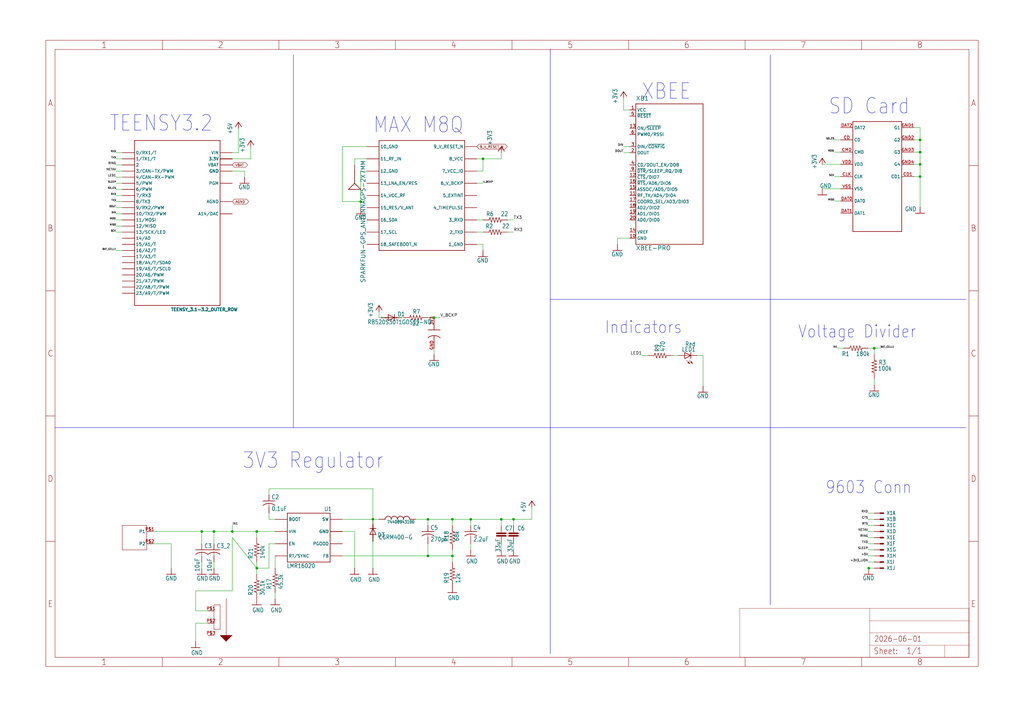
<source format=kicad_sch>
(kicad_sch (version 20230121) (generator eeschema)
  (paper "User" 425.45 298.45)
  (lib_symbols
    (symbol "BITSv4-eagle-import:+3V3" (power)
      (property "Value" "+3V3" (at -2.54 -5.08 90))
      (symbol "+3V3_1_0"
        (pin power_in line (at 0 -2.54 90) (length 2.54) (name "+3V3") (number "1"))
      )
    )
    (symbol "BITSv4-eagle-import:+5V" (power)
      (property "Value" "+5V" (at -2.54 -5.08 90))
      (symbol "+5V_1_0"
        (pin power_in line (at 0 -2.54 90) (length 2.54) (name "+5V") (number "1"))
      )
    )
    (symbol "BITSv4-eagle-import:53?-10261"
      (property "Reference" "X" (at 2.54 -0.762 0))
      (symbol "53?-10261_1_0"
        (pin passive line (at -2.54 0 0) (length 2.54) (name "S") (number "1"))
      )
      (symbol "53?-10261_2_0"
        (pin passive line (at -2.54 0 0) (length 2.54) (name "S") (number "2"))
      )
      (symbol "53?-10261_3_0"
        (pin passive line (at -2.54 0 0) (length 2.54) (name "S") (number "3"))
      )
      (symbol "53?-10261_4_0"
        (pin passive line (at -2.54 0 0) (length 2.54) (name "S") (number "4"))
      )
      (symbol "53?-10261_5_0"
        (pin passive line (at -2.54 0 0) (length 2.54) (name "S") (number "5"))
      )
      (symbol "53?-10261_6_0"
        (pin passive line (at -2.54 0 0) (length 2.54) (name "S") (number "6"))
      )
      (symbol "53?-10261_7_0"
        (pin passive line (at -2.54 0 0) (length 2.54) (name "S") (number "7"))
      )
      (symbol "53?-10261_8_0"
        (pin passive line (at -2.54 0 0) (length 2.54) (name "S") (number "8"))
      )
      (symbol "53?-10261_9_0"
        (pin passive line (at -2.54 0 0) (length 2.54) (name "S") (number "9"))
      )
      (symbol "53?-10261_10_0"
        (pin passive line (at -2.54 0 0) (length 2.54) (name "S") (number "10"))
      )
    )
    (symbol "BITSv4-eagle-import:559350210"
      (symbol "559350210_1_0"
        (pin bidirectional line (at 7.62 2.54 180) (length 2.54) (name "P1") (number "P$1"))
        (pin bidirectional line (at 7.62 -2.54 180) (length 2.54) (name "P2") (number "P$2"))
      )
    )
    (symbol "BITSv4-eagle-import:74408943100"
      (symbol "74408943100_1_0"
        (pin bidirectional line (at 0 0 0) (length 0) (name "P$1") (number "P$1"))
        (pin bidirectional line (at 15.24 0 0) (length 0) (name "P$2") (number "P$2"))
      )
    )
    (symbol "BITSv4-eagle-import:A3L-LOC"
      (symbol "A3L-LOC_1_0"
        (text "${#}/${##}" (at 357.505 5.08 0) (effects (font (size 2.54 2.159)) (justify left bottom)))
        (text "${CURRENT_DATE}" (at 344.17 10.16 0) (effects (font (size 2.286 1.9431)) (justify left bottom)))
        (text "${PROJECTNAME}" (at 344.17 15.24 0) (effects (font (size 2.54 2.159)) (justify left bottom)))
        (text "1" (at 24.2094 1.905 0) (effects (font (size 2.54 2.286))))
        (text "1" (at 24.2094 258.445 0) (effects (font (size 2.54 2.286))))
        (text "2" (at 72.6281 1.905 0) (effects (font (size 2.54 2.286))))
        (text "2" (at 72.6281 258.445 0) (effects (font (size 2.54 2.286))))
        (text "3" (at 121.0469 1.905 0) (effects (font (size 2.54 2.286))))
        (text "3" (at 121.0469 258.445 0) (effects (font (size 2.54 2.286))))
        (text "4" (at 169.4656 1.905 0) (effects (font (size 2.54 2.286))))
        (text "4" (at 169.4656 258.445 0) (effects (font (size 2.54 2.286))))
        (text "5" (at 217.8844 1.905 0) (effects (font (size 2.54 2.286))))
        (text "5" (at 217.8844 258.445 0) (effects (font (size 2.54 2.286))))
        (text "6" (at 266.3031 1.905 0) (effects (font (size 2.54 2.286))))
        (text "6" (at 266.3031 258.445 0) (effects (font (size 2.54 2.286))))
        (text "7" (at 314.7219 1.905 0) (effects (font (size 2.54 2.286))))
        (text "7" (at 314.7219 258.445 0) (effects (font (size 2.54 2.286))))
        (text "8" (at 363.1406 1.905 0) (effects (font (size 2.54 2.286))))
        (text "8" (at 363.1406 258.445 0) (effects (font (size 2.54 2.286))))
        (text "A" (at 1.905 234.315 0) (effects (font (size 2.54 2.286))))
        (text "A" (at 385.445 234.315 0) (effects (font (size 2.54 2.286))))
        (text "B" (at 1.905 182.245 0) (effects (font (size 2.54 2.286))))
        (text "B" (at 385.445 182.245 0) (effects (font (size 2.54 2.286))))
        (text "C" (at 1.905 130.175 0) (effects (font (size 2.54 2.286))))
        (text "C" (at 385.445 130.175 0) (effects (font (size 2.54 2.286))))
        (text "D" (at 1.905 78.105 0) (effects (font (size 2.54 2.286))))
        (text "D" (at 385.445 78.105 0) (effects (font (size 2.54 2.286))))
        (text "E" (at 1.905 26.035 0) (effects (font (size 2.54 2.286))))
        (text "E" (at 385.445 26.035 0) (effects (font (size 2.54 2.286))))
        (text "Sheet:" (at 343.916 4.953 0) (effects (font (size 2.54 2.159)) (justify left bottom)))
      )
    )
    (symbol "BITSv4-eagle-import:C-EU050-024X044"
      (property "Reference" "C" (at 1.524 0.381 0))
      (symbol "C-EU050-024X044_1_0"
        (pin passive line (at 0 2.54 270) (length 2.54) (name "1") (number "1"))
        (pin passive line (at 0 -5.08 90) (length 2.54) (name "2") (number "2"))
      )
    )
    (symbol "BITSv4-eagle-import:C-USC0603"
      (property "Reference" "C" (at 1.016 0.635 0))
      (symbol "C-USC0603_1_0"
        (pin passive line (at 0 2.54 270) (length 2.54) (name "1") (number "1"))
        (pin passive line (at 0 -5.08 90) (length 2.54) (name "2") (number "2"))
      )
    )
    (symbol "BITSv4-eagle-import:CGRM400-G"
      (property "Reference" "D" (at 2.54 0.4826 0))
      (symbol "CGRM400-G_1_0"
        (text "SpiceOrder 1" (at -2.54 0 0) (effects (font (size 0.4064 0.3454))))
        (text "SpiceOrder 2" (at 2.54 0 0) (effects (font (size 0.4064 0.3454))))
        (pin passive line (at -2.54 0 0) (length 2.54) (name "A") (number "A"))
        (pin passive line (at 2.54 0 180) (length 2.54) (name "C") (number "C"))
      )
    )
    (symbol "BITSv4-eagle-import:CL-SB-12B-01"
      (symbol "CL-SB-12B-01_1_0"
        (pin bidirectional line (at -5.08 2.54 90) (length 2.54) (name "P1") (number "P$1"))
        (pin bidirectional line (at 0 2.54 90) (length 2.54) (name "P2") (number "P$2"))
        (pin bidirectional line (at 5.08 2.54 90) (length 2.54) (name "P3") (number "P$3"))
      )
    )
    (symbol "BITSv4-eagle-import:DCK-3R3E204T614-E"
      (symbol "DCK-3R3E204T614-E_1_0"
        (pin bidirectional line (at 2.54 0 180) (length 2.54) (name "3V3") (number "3V3"))
        (pin bidirectional line (at -10.16 0 0) (length 2.54) (name "GND") (number "GND"))
      )
    )
    (symbol "BITSv4-eagle-import:DIODE-SOD523"
      (property "Reference" "D" (at 2.54 0.4826 0))
      (symbol "DIODE-SOD523_1_0"
        (text "SpiceOrder 1" (at -2.54 0 0) (effects (font (size 0.4064 0.3454))))
        (text "SpiceOrder 2" (at 2.54 0 0) (effects (font (size 0.4064 0.3454))))
        (pin passive line (at -2.54 0 0) (length 2.54) (name "A") (number "A"))
        (pin passive line (at 2.54 0 180) (length 2.54) (name "C") (number "C"))
      )
    )
    (symbol "BITSv4-eagle-import:GND" (power)
      (property "Value" "GND" (at -2.54 -2.54 0))
      (symbol "GND_1_0"
        (pin power_in line (at 0 2.54 270) (length 2.54) (name "GND") (number "1"))
      )
    )
    (symbol "BITSv4-eagle-import:LEDCHIP-LED0603"
      (property "Reference" "LED" (at 3.556 -4.572 90))
      (symbol "LEDCHIP-LED0603_1_0"
        (pin passive line (at 0 2.54 270) (length 2.54) (name "A") (number "A"))
        (pin passive line (at 0 -5.08 90) (length 2.54) (name "C") (number "C"))
      )
    )
    (symbol "BITSv4-eagle-import:LMR16020"
      (property "Reference" "U" (at -7.62 10.922 0))
      (symbol "LMR16020_1_0"
        (pin bidirectional line (at -12.7 7.62 0) (length 5.08) (name "BOOT") (number "P$1"))
        (pin bidirectional line (at -12.7 2.54 0) (length 5.08) (name "VIN") (number "P$2"))
        (pin bidirectional line (at -12.7 -2.54 0) (length 5.08) (name "EN") (number "P$3"))
        (pin bidirectional line (at -12.7 -7.62 0) (length 5.08) (name "RT/SYNC") (number "P$4"))
        (pin bidirectional line (at 15.24 -7.62 180) (length 5.08) (name "FB") (number "P$5"))
        (pin bidirectional line (at 15.24 -2.54 180) (length 5.08) (name "PGOOD") (number "P$6"))
        (pin bidirectional line (at 15.24 2.54 180) (length 5.08) (name "GND") (number "P$7"))
        (pin bidirectional line (at 15.24 7.62 180) (length 5.08) (name "SW") (number "P$8"))
        (pin bidirectional line (at 15.24 2.54 180) (length 5.08) (name "GND") (number "PAD"))
      )
    )
    (symbol "BITSv4-eagle-import:MAX-M8"
      (symbol "MAX-M8_1_0"
        (pin power_in line (at -22.86 15.24 0) (length 5.08) (name "10_GND") (number "10_GND"))
        (pin bidirectional line (at -22.86 10.16 0) (length 5.08) (name "11_RF_IN") (number "11_RF_IN"))
        (pin power_in line (at -22.86 5.08 0) (length 5.08) (name "12_GND") (number "12_GND"))
        (pin bidirectional line (at -22.86 0 0) (length 5.08) (name "13_LNA_EN/RES") (number "13_LNA_EN"))
        (pin bidirectional line (at -22.86 -5.08 0) (length 5.08) (name "14_VCC_RF") (number "14_VCC_RF"))
        (pin bidirectional line (at -22.86 -10.16 0) (length 5.08) (name "15_RES/V_ANT") (number "15_V_ANT/RESERVED"))
        (pin bidirectional line (at -22.86 -15.24 0) (length 5.08) (name "16_SDA") (number "16_SDA"))
        (pin bidirectional line (at -22.86 -20.32 0) (length 5.08) (name "17_SCL") (number "17_SCL"))
        (pin bidirectional line (at -22.86 -25.4 0) (length 5.08) (name "18_SAFEBOOT_N") (number "18_SAFEBOOT_N"))
        (pin power_in line (at 22.86 -25.4 180) (length 5.08) (name "1_GND") (number "1_GND"))
        (pin bidirectional line (at 22.86 -20.32 180) (length 5.08) (name "2_TXD") (number "2_TXD"))
        (pin bidirectional line (at 22.86 -15.24 180) (length 5.08) (name "3_RXD") (number "3_RXD"))
        (pin bidirectional line (at 22.86 -10.16 180) (length 5.08) (name "4_TIMEPULSE") (number "4_TIMEPULSE"))
        (pin bidirectional line (at 22.86 -5.08 180) (length 5.08) (name "5_EXTINT") (number "5_EXTINT"))
        (pin bidirectional line (at 22.86 0 180) (length 5.08) (name "6_V_BCKP") (number "6_V_BCKP"))
        (pin power_in line (at 22.86 5.08 180) (length 5.08) (name "7_VCC_IO") (number "7_VCC_IO"))
        (pin power_in line (at 22.86 10.16 180) (length 5.08) (name "8_VCC") (number "8_VCC"))
        (pin power_in line (at 22.86 15.24 180) (length 5.08) (name "9_V_RESET_N") (number "9_RESET_N"))
      )
    )
    (symbol "BITSv4-eagle-import:MICRO_SD"
      (symbol "MICRO_SD_1_0"
        (pin bidirectional line (at -15.24 15.24 0) (length 5.08) (name "CD") (number "CD"))
        (pin bidirectional line (at 15.24 0 180) (length 5.08) (name "CD1") (number "CD1"))
        (pin bidirectional line (at -15.24 0 0) (length 5.08) (name "CLK") (number "CLK"))
        (pin bidirectional line (at -15.24 10.16 0) (length 5.08) (name "CMD") (number "CMD"))
        (pin bidirectional line (at -15.24 -10.16 0) (length 5.08) (name "DAT0") (number "DAT0"))
        (pin bidirectional line (at -15.24 -15.24 0) (length 5.08) (name "DAT1") (number "DAT1"))
        (pin bidirectional line (at -15.24 20.32 0) (length 5.08) (name "DAT2") (number "DAT2"))
        (pin bidirectional line (at 15.24 20.32 180) (length 5.08) (name "G1") (number "GND1"))
        (pin bidirectional line (at 15.24 15.24 180) (length 5.08) (name "G2") (number "GND2"))
        (pin bidirectional line (at 15.24 10.16 180) (length 5.08) (name "G3") (number "GND3"))
        (pin bidirectional line (at 15.24 5.08 180) (length 5.08) (name "G4") (number "GND4"))
        (pin bidirectional line (at -15.24 5.08 0) (length 5.08) (name "VDD") (number "VDD"))
        (pin bidirectional line (at -15.24 -5.08 0) (length 5.08) (name "VSS") (number "VSS"))
      )
    )
    (symbol "BITSv4-eagle-import:R-US_R0603"
      (property "Reference" "R" (at -3.81 1.4986 0))
      (symbol "R-US_R0603_1_0"
        (pin passive line (at -5.08 0 0) (length 2.54) (name "1") (number "1"))
        (pin passive line (at 5.08 0 180) (length 2.54) (name "2") (number "2"))
      )
    )
    (symbol "BITSv4-eagle-import:SPARKFUN-GPS_ANTENNAGPS-2X7MM"
      (symbol "SPARKFUN-GPS_ANTENNAGPS-2X7MM_1_0"
        (pin bidirectional line (at 0 -5.08 90) (length 2.54) (name "SIGNAL") (number "1"))
      )
    )
    (symbol "BITSv4-eagle-import:TEENSY_3.1-3.2_OUTER_ROW"
      (symbol "TEENSY_3.1-3.2_OUTER_ROW_1_0"
        (pin bidirectional line (at -22.86 27.94 0) (length 5.08) (name "0/RX1/T") (number "0"))
        (pin bidirectional line (at -22.86 25.4 0) (length 5.08) (name "1/TX1/T") (number "1"))
        (pin bidirectional line (at -22.86 2.54 0) (length 5.08) (name "10/TX2/PWM") (number "10"))
        (pin bidirectional line (at -22.86 0 0) (length 5.08) (name "11/MOSI") (number "11"))
        (pin bidirectional line (at -22.86 -2.54 0) (length 5.08) (name "12/MISO") (number "12"))
        (pin bidirectional line (at -22.86 -5.08 0) (length 5.08) (name "13/SCK/LED") (number "13"))
        (pin bidirectional line (at -22.86 -7.62 0) (length 5.08) (name "14/A0") (number "14/A0"))
        (pin bidirectional line (at -22.86 -10.16 0) (length 5.08) (name "15/A1/T") (number "15/A1"))
        (pin bidirectional line (at -22.86 -12.7 0) (length 5.08) (name "16/A2/T") (number "16/A2"))
        (pin bidirectional line (at -22.86 -15.24 0) (length 5.08) (name "17/A3/T") (number "17/A3"))
        (pin bidirectional line (at -22.86 -17.78 0) (length 5.08) (name "18/A4/T/SDA0") (number "18/A4"))
        (pin bidirectional line (at -22.86 -20.32 0) (length 5.08) (name "19/A5/T/SCL0") (number "19/A5"))
        (pin bidirectional line (at -22.86 22.86 0) (length 5.08) (name "2") (number "2"))
        (pin bidirectional line (at -22.86 -22.86 0) (length 5.08) (name "20/A6/PWM") (number "20/A6"))
        (pin bidirectional line (at -22.86 -25.4 0) (length 5.08) (name "21/A7/PWM") (number "21/A7"))
        (pin bidirectional line (at -22.86 -27.94 0) (length 5.08) (name "22/A8/T/PWM") (number "22/A8"))
        (pin bidirectional line (at -22.86 -30.48 0) (length 5.08) (name "23/A9/T/PWM") (number "23/A9"))
        (pin bidirectional line (at -22.86 20.32 0) (length 5.08) (name "3/CAN-TX/PWM") (number "3"))
        (pin power_in line (at 22.86 25.4 180) (length 5.08) (name "3.3V") (number "3.3V"))
        (pin power_in line (at 22.86 25.4 180) (length 5.08) (name "3.3V") (number "3.3V1"))
        (pin bidirectional line (at -22.86 17.78 0) (length 5.08) (name "4/CAN-RX-PWM") (number "4"))
        (pin bidirectional line (at -22.86 15.24 0) (length 5.08) (name "5/PWM") (number "5"))
        (pin bidirectional line (at -22.86 12.7 0) (length 5.08) (name "6/PWM") (number "6"))
        (pin bidirectional line (at -22.86 10.16 0) (length 5.08) (name "7/RX3") (number "7"))
        (pin bidirectional line (at -22.86 7.62 0) (length 5.08) (name "8/TX3") (number "8"))
        (pin bidirectional line (at -22.86 5.08 0) (length 5.08) (name "9/RX2/PWM") (number "9"))
        (pin power_in line (at 22.86 7.62 180) (length 5.08) (name "AGND") (number "AGND"))
        (pin power_in line (at 22.86 20.32 180) (length 5.08) (name "GND") (number "GND"))
        (pin power_in line (at 22.86 20.32 180) (length 5.08) (name "GND") (number "GND1"))
        (pin bidirectional line (at 22.86 15.24 180) (length 5.08) (name "PGM") (number "PGM"))
        (pin bidirectional line (at 22.86 2.54 180) (length 5.08) (name "A14/DAC") (number "RESET/DAC"))
        (pin power_in line (at 22.86 22.86 180) (length 5.08) (name "VBAT") (number "VBAT"))
        (pin power_in line (at 22.86 27.94 180) (length 5.08) (name "VIN") (number "VIN"))
      )
    )
    (symbol "BITSv4-eagle-import:XBEE-PRO"
      (property "Reference" "XB" (at -12.7 29.21 0))
      (symbol "XBEE-PRO_1_0"
        (pin power_in line (at -15.24 25.4 0) (length 2.54) (name "VCC") (number "1"))
        (pin power_in line (at -15.24 -27.94 0) (length 2.54) (name "GND") (number "10"))
        (pin bidirectional line (at -15.24 -10.16 0) (length 2.54) (name "RF_TX/AD4/DIO4") (number "11"))
        (pin bidirectional line (at -15.24 -2.54 0) (length 2.54) (name "~{CTS}/DIO7") (number "12"))
        (pin output line (at -15.24 17.78 0) (length 2.54) (name "ON/~{SLEEP}") (number "13"))
        (pin input line (at -15.24 -25.4 0) (length 2.54) (name "VREF") (number "14"))
        (pin bidirectional line (at -15.24 -7.62 0) (length 2.54) (name "ASSOC/AD5/DIO5") (number "15"))
        (pin bidirectional line (at -15.24 -5.08 0) (length 2.54) (name "~{RTS}/AD6/DIO6") (number "16"))
        (pin bidirectional line (at -15.24 -12.7 0) (length 2.54) (name "COORD_SEL/AD3/DIO3") (number "17"))
        (pin bidirectional line (at -15.24 -15.24 0) (length 2.54) (name "AD2/DIO2") (number "18"))
        (pin bidirectional line (at -15.24 -17.78 0) (length 2.54) (name "AD1/DIO1") (number "19"))
        (pin output line (at -15.24 7.62 0) (length 2.54) (name "DOUT") (number "2"))
        (pin bidirectional line (at -15.24 -20.32 0) (length 2.54) (name "AD0/DIO0") (number "20"))
        (pin input line (at -15.24 10.16 0) (length 2.54) (name "DIN/~{CONFIG}") (number "3"))
        (pin output line (at -15.24 2.54 0) (length 2.54) (name "CD/DOUT_EN/DO8") (number "4"))
        (pin input line (at -15.24 22.86 0) (length 2.54) (name "~{RESET}") (number "5"))
        (pin output line (at -15.24 15.24 0) (length 2.54) (name "PWM0/RSSI") (number "6"))
        (pin bidirectional line (at -15.24 0 0) (length 2.54) (name "~{DTR}/SLEEP_RQ/DI8") (number "9"))
      )
    )
    (symbol "BITSv4-eagle-import:rcl_C-USC0402"
      (property "Reference" "C" (at 1.016 0.635 0))
      (symbol "rcl_C-USC0402_1_0"
        (pin passive line (at 0 2.54 270) (length 2.54) (name "1") (number "1"))
        (pin passive line (at 0 -5.08 90) (length 2.54) (name "2") (number "2"))
      )
    )
    (symbol "BITSv4-eagle-import:rcl_C-USC0603"
      (property "Reference" "C" (at 1.016 0.635 0))
      (symbol "rcl_C-USC0603_1_0"
        (pin passive line (at 0 2.54 270) (length 2.54) (name "1") (number "1"))
        (pin passive line (at 0 -5.08 90) (length 2.54) (name "2") (number "2"))
      )
    )
    (symbol "BITSv4-eagle-import:rcl_C-USC0805"
      (property "Reference" "C" (at 1.016 0.635 0))
      (symbol "rcl_C-USC0805_1_0"
        (pin passive line (at 0 2.54 270) (length 2.54) (name "1") (number "1"))
        (pin passive line (at 0 -5.08 90) (length 2.54) (name "2") (number "2"))
      )
    )
    (symbol "BITSv4-eagle-import:rcl_R-US_R0603"
      (property "Reference" "R" (at -3.81 1.4986 0))
      (symbol "rcl_R-US_R0603_1_0"
        (pin passive line (at -5.08 0 0) (length 2.54) (name "1") (number "1"))
        (pin passive line (at 5.08 0 180) (length 2.54) (name "2") (number "2"))
      )
    )
    (symbol "BITSv4-eagle-import:supply1@1_GND" (power)
      (property "Value" "supply1@1_GND" (at -2.54 -2.54 0))
      (symbol "supply1@1_GND_1_0"
        (pin power_in line (at 0 2.54 270) (length 2.54) (name "GND") (number "1"))
      )
    )
  )
  (junction (at 213.36 215.9))
  (junction (at 195.58 215.9))
  (junction (at 106.68 220.98))
  (junction (at 360.934 236.22))
  (junction (at 382.27 58.166))
  (junction (at 382.27 63.246))
  (junction (at 106.68 236.22))
  (junction (at 83.82 220.98))
  (junction (at 177.8 231.14))
  (junction (at 180.34 132.08))
  (junction (at 187.96 215.9))
  (junction (at 88.9 220.98))
  (junction (at 154.94 215.9))
  (junction (at 363.22 144.78))
  (junction (at 177.8 215.9))
  (junction (at 149.86 83.82))
  (junction (at 200.66 66.04))
  (junction (at 187.96 231.14))
  (junction (at 96.52 220.98))
  (junction (at 382.27 68.326))
  (junction (at 208.28 215.9))
  (junction (at 382.27 73.406))
  (wire (pts (xy 208.28 63.5) (xy 208.28 66.04)) (stroke (width 0.1524)))
  (wire (pts (xy 50.8 68.58) (xy 48.26 68.58)) (stroke (width 0.1524)))
  (wire (pts (xy 382.27 53.086) (xy 382.27 58.166)) (stroke (width 0.1524)))
  (wire (pts (xy 363.22 233.68) (xy 360.68 233.68)) (stroke (width 0.1524)))
  (polyline (pts (xy 121.92 177.8) (xy 228.6 177.8)) (stroke (width 0.1524) (type solid)))
  (wire (pts (xy 363.22 228.6) (xy 360.68 228.6)) (stroke (width 0.1524)))
  (wire (pts (xy 114.3 215.9) (xy 111.76 215.9)) (stroke (width 0.1524)))
  (wire (pts (xy 157.48 132.08) (xy 160.02 132.08)) (stroke (width 0.1524)))
  (wire (pts (xy 63.5 220.98) (xy 83.82 220.98)) (stroke (width 0.1524)))
  (wire (pts (xy 83.82 226.06) (xy 83.82 220.98)) (stroke (width 0.1524)))
  (wire (pts (xy 96.52 71.12) (xy 101.6 71.12)) (stroke (width 0.1524)))
  (wire (pts (xy 363.22 223.52) (xy 360.68 223.52)) (stroke (width 0.1524)))
  (wire (pts (xy 187.96 231.14) (xy 187.96 233.68)) (stroke (width 0.1524)))
  (wire (pts (xy 200.66 71.12) (xy 200.66 66.04)) (stroke (width 0.1524)))
  (wire (pts (xy 350.52 144.78) (xy 347.98 144.78)) (stroke (width 0.1524)))
  (polyline (pts (xy 320.04 124.46) (xy 320.04 22.86)) (stroke (width 0.1524) (type solid)))
  (wire (pts (xy 154.94 223.52) (xy 154.94 236.22)) (stroke (width 0.1524)))
  (wire (pts (xy 114.3 226.06) (xy 111.76 226.06)) (stroke (width 0.1524)))
  (wire (pts (xy 50.8 71.12) (xy 48.26 71.12)) (stroke (width 0.1524)))
  (wire (pts (xy 379.73 68.326) (xy 382.27 68.326)) (stroke (width 0.1524)))
  (wire (pts (xy 208.28 228.6) (xy 208.28 226.06)) (stroke (width 0.1524)))
  (wire (pts (xy 180.34 132.08) (xy 182.88 132.08)) (stroke (width 0.1524)))
  (wire (pts (xy 106.68 223.52) (xy 106.68 220.98)) (stroke (width 0.1524)))
  (wire (pts (xy 96.52 220.98) (xy 96.52 218.44)) (stroke (width 0.1524)))
  (polyline (pts (xy 228.6 177.8) (xy 320.04 177.8)) (stroke (width 0.1524) (type solid)))
  (wire (pts (xy 208.28 215.9) (xy 213.36 215.9)) (stroke (width 0.1524)))
  (wire (pts (xy 382.27 73.406) (xy 382.27 86.106)) (stroke (width 0.1524)))
  (wire (pts (xy 195.58 226.06) (xy 195.58 228.6)) (stroke (width 0.1524)))
  (wire (pts (xy 382.27 68.326) (xy 382.27 73.406)) (stroke (width 0.1524)))
  (wire (pts (xy 81.28 245.618) (xy 96.52 245.618)) (stroke (width 0.1524)))
  (wire (pts (xy 88.9 220.98) (xy 96.52 220.98)) (stroke (width 0.1524)))
  (wire (pts (xy 279.4 147.828) (xy 281.94 147.828)) (stroke (width 0.1524)))
  (wire (pts (xy 50.8 73.66) (xy 48.26 73.66)) (stroke (width 0.1524)))
  (wire (pts (xy 256.54 101.6) (xy 256.54 99.06)) (stroke (width 0.1524)))
  (polyline (pts (xy 121.92 177.8) (xy 121.92 22.86)) (stroke (width 0.1524) (type solid)))
  (wire (pts (xy 50.8 93.98) (xy 48.26 93.98)) (stroke (width 0.1524)))
  (polyline (pts (xy 320.04 177.8) (xy 320.04 251.46)) (stroke (width 0.1524) (type solid)))
  (wire (pts (xy 111.76 215.9) (xy 111.76 213.36)) (stroke (width 0.1524)))
  (wire (pts (xy 177.8 231.14) (xy 187.96 231.14)) (stroke (width 0.1524)))
  (wire (pts (xy 200.66 101.6) (xy 200.66 104.14)) (stroke (width 0.1524)))
  (wire (pts (xy 154.94 218.44) (xy 154.94 215.9)) (stroke (width 0.1524)))
  (wire (pts (xy 379.73 63.246) (xy 382.27 63.246)) (stroke (width 0.1524)))
  (wire (pts (xy 50.8 86.36) (xy 48.26 86.36)) (stroke (width 0.1524)))
  (wire (pts (xy 198.12 76.2) (xy 200.66 76.2)) (stroke (width 0.1524)))
  (wire (pts (xy 177.8 218.44) (xy 177.8 215.9)) (stroke (width 0.1524)))
  (wire (pts (xy 111.76 205.74) (xy 111.76 203.2)) (stroke (width 0.1524)))
  (wire (pts (xy 269.24 147.828) (xy 266.7 147.828)) (stroke (width 0.1524)))
  (wire (pts (xy 198.12 71.12) (xy 200.66 71.12)) (stroke (width 0.1524)))
  (wire (pts (xy 152.4 71.12) (xy 149.86 71.12)) (stroke (width 0.1524)))
  (wire (pts (xy 114.3 248.92) (xy 114.3 246.38)) (stroke (width 0.1524)))
  (wire (pts (xy 63.5 226.06) (xy 71.12 226.06)) (stroke (width 0.1524)))
  (wire (pts (xy 195.58 218.44) (xy 195.58 215.9)) (stroke (width 0.1524)))
  (wire (pts (xy 363.22 215.9) (xy 360.68 215.9)) (stroke (width 0.1524)))
  (wire (pts (xy 96.52 63.5) (xy 99.06 63.5)) (stroke (width 0.1524)))
  (wire (pts (xy 154.94 215.9) (xy 142.24 215.9)) (stroke (width 0.1524)))
  (wire (pts (xy 200.66 66.04) (xy 208.28 66.04)) (stroke (width 0.1524)))
  (wire (pts (xy 360.934 236.22) (xy 360.68 236.22)) (stroke (width 0.1524)))
  (wire (pts (xy 213.36 218.44) (xy 213.36 215.9)) (stroke (width 0.1524)))
  (polyline (pts (xy 22.86 177.8) (xy 121.92 177.8)) (stroke (width 0.1524) (type solid)))
  (wire (pts (xy 177.8 226.06) (xy 177.8 231.14)) (stroke (width 0.1524)))
  (wire (pts (xy 165.1 132.08) (xy 167.64 132.08)) (stroke (width 0.1524)))
  (wire (pts (xy 220.98 215.9) (xy 220.98 210.82)) (stroke (width 0.1524)))
  (wire (pts (xy 363.22 220.98) (xy 360.68 220.98)) (stroke (width 0.1524)))
  (wire (pts (xy 50.8 104.14) (xy 48.26 104.14)) (stroke (width 0.1524)))
  (wire (pts (xy 187.96 218.44) (xy 187.96 215.9)) (stroke (width 0.1524)))
  (wire (pts (xy 50.8 83.82) (xy 48.26 83.82)) (stroke (width 0.1524)))
  (wire (pts (xy 50.8 63.5) (xy 48.26 63.5)) (stroke (width 0.1524)))
  (wire (pts (xy 50.8 78.74) (xy 48.26 78.74)) (stroke (width 0.1524)))
  (wire (pts (xy 154.94 203.2) (xy 154.94 215.9)) (stroke (width 0.1524)))
  (wire (pts (xy 363.22 213.36) (xy 360.68 213.36)) (stroke (width 0.1524)))
  (wire (pts (xy 261.62 60.96) (xy 259.08 60.96)) (stroke (width 0.1524)))
  (wire (pts (xy 382.27 63.246) (xy 382.27 68.326)) (stroke (width 0.1524)))
  (wire (pts (xy 104.14 60.96) (xy 104.14 66.04)) (stroke (width 0.1524)))
  (wire (pts (xy 96.52 223.52) (xy 106.68 236.22)) (stroke (width 0.1524)))
  (wire (pts (xy 147.32 236.22) (xy 147.32 220.98)) (stroke (width 0.1524)))
  (wire (pts (xy 50.8 66.04) (xy 48.26 66.04)) (stroke (width 0.1524)))
  (wire (pts (xy 86.36 254) (xy 81.28 254)) (stroke (width 0.1524)))
  (wire (pts (xy 142.24 231.14) (xy 177.8 231.14)) (stroke (width 0.1524)))
  (wire (pts (xy 106.68 238.76) (xy 106.68 236.22)) (stroke (width 0.1524)))
  (wire (pts (xy 147.32 220.98) (xy 142.24 220.98)) (stroke (width 0.1524)))
  (polyline (pts (xy 320.04 177.8) (xy 320.04 124.46)) (stroke (width 0.1524) (type solid)))
  (wire (pts (xy 106.68 236.22) (xy 106.68 233.68)) (stroke (width 0.1524)))
  (wire (pts (xy 187.96 228.6) (xy 187.96 231.14)) (stroke (width 0.1524)))
  (polyline (pts (xy 320.04 124.46) (xy 401.32 124.46)) (stroke (width 0.1524) (type solid)))
  (wire (pts (xy 363.22 218.44) (xy 360.68 218.44)) (stroke (width 0.1524)))
  (wire (pts (xy 259.08 45.72) (xy 261.62 45.72)) (stroke (width 0.1524)))
  (wire (pts (xy 289.56 147.828) (xy 292.1 147.828)) (stroke (width 0.1524)))
  (wire (pts (xy 81.28 266.7) (xy 81.28 259.08)) (stroke (width 0.1524)))
  (wire (pts (xy 292.1 147.828) (xy 292.1 160.528)) (stroke (width 0.1524)))
  (wire (pts (xy 349.25 78.486) (xy 341.63 78.486)) (stroke (width 0.1524)))
  (wire (pts (xy 363.22 226.06) (xy 360.68 226.06)) (stroke (width 0.1524)))
  (wire (pts (xy 152.4 60.96) (xy 142.24 60.96)) (stroke (width 0.1524)))
  (wire (pts (xy 363.22 157.48) (xy 363.22 160.02)) (stroke (width 0.1524)))
  (wire (pts (xy 379.73 58.166) (xy 382.27 58.166)) (stroke (width 0.1524)))
  (wire (pts (xy 111.76 226.06) (xy 111.76 236.22)) (stroke (width 0.1524)))
  (polyline (pts (xy 320.04 177.8) (xy 401.32 177.8)) (stroke (width 0.1524) (type solid)))
  (wire (pts (xy 50.8 76.2) (xy 48.26 76.2)) (stroke (width 0.1524)))
  (wire (pts (xy 349.25 63.246) (xy 346.71 63.246)) (stroke (width 0.1524)))
  (wire (pts (xy 111.76 236.22) (xy 106.68 236.22)) (stroke (width 0.1524)))
  (wire (pts (xy 195.58 215.9) (xy 208.28 215.9)) (stroke (width 0.1524)))
  (wire (pts (xy 213.36 215.9) (xy 220.98 215.9)) (stroke (width 0.1524)))
  (wire (pts (xy 363.22 231.14) (xy 360.68 231.14)) (stroke (width 0.1524)))
  (wire (pts (xy 147.32 68.58) (xy 147.32 66.04)) (stroke (width 0.1524)))
  (wire (pts (xy 349.25 73.406) (xy 346.71 73.406)) (stroke (width 0.1524)))
  (wire (pts (xy 101.6 71.12) (xy 101.6 73.66)) (stroke (width 0.1524)))
  (wire (pts (xy 382.27 58.166) (xy 382.27 63.246)) (stroke (width 0.1524)))
  (wire (pts (xy 149.86 83.82) (xy 149.86 86.36)) (stroke (width 0.1524)))
  (wire (pts (xy 349.25 83.566) (xy 346.71 83.566)) (stroke (width 0.1524)))
  (wire (pts (xy 210.82 96.52) (xy 213.36 96.52)) (stroke (width 0.1524)))
  (wire (pts (xy 88.9 233.68) (xy 88.9 236.22)) (stroke (width 0.1524)))
  (wire (pts (xy 180.34 144.78) (xy 180.34 147.32)) (stroke (width 0.1524)))
  (wire (pts (xy 50.8 91.44) (xy 48.26 91.44)) (stroke (width 0.1524)))
  (wire (pts (xy 177.8 132.08) (xy 180.34 132.08)) (stroke (width 0.1524)))
  (wire (pts (xy 114.3 231.14) (xy 114.3 236.22)) (stroke (width 0.1524)))
  (wire (pts (xy 198.12 91.44) (xy 200.66 91.44)) (stroke (width 0.1524)))
  (wire (pts (xy 363.22 236.22) (xy 360.934 236.22)) (stroke (width 0.1524)))
  (wire (pts (xy 259.08 40.64) (xy 259.08 45.72)) (stroke (width 0.1524)))
  (wire (pts (xy 210.82 91.44) (xy 213.36 91.44)) (stroke (width 0.1524)))
  (wire (pts (xy 363.22 144.78) (xy 365.76 144.78)) (stroke (width 0.1524)))
  (polyline (pts (xy 228.6 177.8) (xy 228.6 271.78)) (stroke (width 0.1524) (type solid)))
  (wire (pts (xy 81.28 254) (xy 81.28 245.618)) (stroke (width 0.1524)))
  (wire (pts (xy 154.94 215.9) (xy 157.48 215.9)) (stroke (width 0.1524)))
  (wire (pts (xy 187.96 215.9) (xy 195.58 215.9)) (stroke (width 0.1524)))
  (wire (pts (xy 363.22 144.78) (xy 363.22 147.32)) (stroke (width 0.1524)))
  (wire (pts (xy 88.9 226.06) (xy 88.9 220.98)) (stroke (width 0.1524)))
  (wire (pts (xy 198.12 101.6) (xy 200.66 101.6)) (stroke (width 0.1524)))
  (wire (pts (xy 50.8 88.9) (xy 48.26 88.9)) (stroke (width 0.1524)))
  (polyline (pts (xy 228.6 124.46) (xy 320.04 124.46)) (stroke (width 0.1524) (type solid)))
  (wire (pts (xy 50.8 81.28) (xy 48.26 81.28)) (stroke (width 0.1524)))
  (wire (pts (xy 83.82 236.22) (xy 83.82 233.68)) (stroke (width 0.1524)))
  (wire (pts (xy 349.25 58.166) (xy 346.71 58.166)) (stroke (width 0.1524)))
  (wire (pts (xy 208.28 218.44) (xy 208.28 215.9)) (stroke (width 0.1524)))
  (wire (pts (xy 157.48 129.54) (xy 157.48 132.08)) (stroke (width 0.1524)))
  (wire (pts (xy 147.32 66.04) (xy 152.4 66.04)) (stroke (width 0.1524)))
  (wire (pts (xy 172.72 215.9) (xy 177.8 215.9)) (stroke (width 0.1524)))
  (wire (pts (xy 213.36 226.06) (xy 213.36 228.6)) (stroke (width 0.1524)))
  (wire (pts (xy 96.52 245.618) (xy 96.52 223.52)) (stroke (width 0.1524)))
  (wire (pts (xy 149.86 71.12) (xy 149.86 83.82)) (stroke (width 0.1524)))
  (wire (pts (xy 379.73 73.406) (xy 382.27 73.406)) (stroke (width 0.1524)))
  (wire (pts (xy 111.76 203.2) (xy 154.94 203.2)) (stroke (width 0.1524)))
  (wire (pts (xy 106.68 220.98) (xy 114.3 220.98)) (stroke (width 0.1524)))
  (wire (pts (xy 198.12 66.04) (xy 200.66 66.04)) (stroke (width 0.1524)))
  (wire (pts (xy 96.52 220.98) (xy 106.68 220.98)) (stroke (width 0.1524)))
  (wire (pts (xy 142.24 60.96) (xy 142.24 83.82)) (stroke (width 0.1524)))
  (wire (pts (xy 198.12 96.52) (xy 200.66 96.52)) (stroke (width 0.1524)))
  (wire (pts (xy 50.8 96.52) (xy 48.26 96.52)) (stroke (width 0.1524)))
  (wire (pts (xy 360.68 144.78) (xy 363.22 144.78)) (stroke (width 0.1524)))
  (wire (pts (xy 71.12 226.06) (xy 71.12 236.22)) (stroke (width 0.1524)))
  (wire (pts (xy 261.62 63.5) (xy 259.08 63.5)) (stroke (width 0.1524)))
  (wire (pts (xy 99.06 63.5) (xy 99.06 53.34)) (stroke (width 0.1524)))
  (wire (pts (xy 142.24 83.82) (xy 149.86 83.82)) (stroke (width 0.1524)))
  (wire (pts (xy 104.14 66.04) (xy 96.52 66.04)) (stroke (width 0.1524)))
  (wire (pts (xy 81.28 259.08) (xy 86.36 259.08)) (stroke (width 0.1524)))
  (wire (pts (xy 379.73 53.086) (xy 382.27 53.086)) (stroke (width 0.1524)))
  (wire (pts (xy 177.8 215.9) (xy 187.96 215.9)) (stroke (width 0.1524)))
  (polyline (pts (xy 228.6 124.46) (xy 228.6 20.32)) (stroke (width 0.1524) (type solid)))
  (polyline (pts (xy 228.6 177.8) (xy 228.6 124.46)) (stroke (width 0.1524) (type solid)))
  (wire (pts (xy 83.82 220.98) (xy 88.9 220.98)) (stroke (width 0.1524)))
  (wire (pts (xy 256.54 99.06) (xy 261.62 99.06)) (stroke (width 0.1524)))
  (wire (pts (xy 341.63 68.326) (xy 349.25 68.326)) (stroke (width 0.1524)))
  (text "SD Card" (at 344.17 48.006 0) (effects (font (size 6.4516 5.4838)) (justify left bottom)))
  (text "XBEE" (at 266.446 41.91 0) (effects (font (size 6.4516 5.4838)) (justify left bottom)))
  (text "Indicators" (at 251.206 139.192 0) (effects (font (size 5.08 4.318)) (justify left bottom)))
  (text "9603 Conn" (at 342.9 205.74 0) (effects (font (size 5.08 4.318)) (justify left bottom)))
  (text "3V3 Regulator" (at 100.584 195.326 0) (effects (font (size 6.4516 5.4838)) (justify left bottom)))
  (text "TEENSY3.2" (at 45.466 55.118 0) (effects (font (size 6.4516 5.4838)) (justify left bottom)))
  (text "MAX M8Q" (at 154.94 55.88 0) (effects (font (size 6.4516 5.4838)) (justify left bottom)))
  (text "Voltage Divider" (at 331.47 140.97 0) (effects (font (size 5.08 4.318)) (justify left bottom)))
  (label "V_BCKP" (at 182.88 132.08 0) (effects (font (size 1.2446 1.2446))))
  (label "RTS" (at 360.68 218.44 180) (effects (font (size 0.889 0.889))))
  (label "RX3" (at 48.26 81.28 180) (effects (font (size 0.7112 0.7112))))
  (label "SCK" (at 48.26 96.52 180) (effects (font (size 0.7112 0.7112))))
  (label "SCK" (at 346.71 73.406 180) (effects (font (size 0.7112 0.7112))))
  (label "SLEEP" (at 360.68 228.6 180) (effects (font (size 0.889 0.889))))
  (label "DOUT" (at 48.26 86.36 180) (effects (font (size 0.7112 0.7112))))
  (label "SD_CS" (at 48.26 78.74 180) (effects (font (size 0.7112 0.7112))))
  (label "SD_CS" (at 346.71 58.166 180) (effects (font (size 0.7112 0.7112))))
  (label "RING" (at 48.26 68.58 180) (effects (font (size 0.889 0.889))))
  (label "BAT_CELL1" (at 48.26 104.14 180) (effects (font (size 0.7112 0.7112))))
  (label "DIN" (at 259.08 60.96 180) (effects (font (size 0.889 0.889))))
  (label "IN1" (at 347.98 144.78 180) (effects (font (size 0.7112 0.7112))))
  (label "RXD" (at 48.26 63.5 180) (effects (font (size 0.7112 0.7112))))
  (label "MOSI" (at 48.26 91.44 180) (effects (font (size 0.7112 0.7112))))
  (label "MISO" (at 48.26 93.98 180) (effects (font (size 0.7112 0.7112))))
  (label "LED1" (at 48.26 73.66 180) (effects (font (size 0.889 0.889))))
  (label "V_BCKP" (at 200.66 76.2 0) (effects (font (size 0.7112 0.7112))))
  (label "RING" (at 360.68 223.52 180) (effects (font (size 0.889 0.889))))
  (label "RXD" (at 360.68 213.36 180) (effects (font (size 0.889 0.889))))
  (label "IN1" (at 96.52 218.44 0) (effects (font (size 0.889 0.889))))
  (label "DOUT" (at 259.08 63.5 180) (effects (font (size 0.889 0.889))))
  (label "SLEEP" (at 48.26 76.2 180) (effects (font (size 0.7112 0.7112))))
  (label "MOSI" (at 346.71 63.246 180) (effects (font (size 0.7112 0.7112))))
  (label "DIN" (at 48.26 88.9 180) (effects (font (size 0.7112 0.7112))))
  (label "+5V" (at 360.68 231.14 180) (effects (font (size 0.889 0.889))))
  (label "BAT_CELL1" (at 365.76 144.78 0) (effects (font (size 0.7112 0.7112))))
  (label "LED1" (at 266.7 147.828 180) (effects (font (size 1.2446 1.2446))))
  (label "CTS" (at 360.68 215.9 180) (effects (font (size 0.889 0.889))))
  (label "TX3" (at 213.36 91.44 0) (effects (font (size 1.2446 1.2446))))
  (label "TXD" (at 360.68 226.06 180) (effects (font (size 0.889 0.889))))
  (label "NETAV" (at 360.68 220.98 180) (effects (font (size 0.889 0.889))))
  (label "TXD" (at 48.26 66.04 180) (effects (font (size 0.7112 0.7112))))
  (label "RX3" (at 213.36 96.52 0) (effects (font (size 1.2446 1.2446))))
  (label "MISO" (at 346.71 83.566 180) (effects (font (size 0.7112 0.7112))))
  (label "TX3" (at 48.26 83.82 180) (effects (font (size 0.7112 0.7112))))
  (label "+3V3_LION" (at 360.68 233.68 180) (effects (font (size 0.889 0.889))))
  (label "NETAV" (at 48.26 71.12 180) (effects (font (size 0.889 0.889))))
  (global_label "VBAT" (shape bidirectional) (at 96.52 68.58 0) (effects (font (size 1.016 1.016))) (property "Intersheetrefs" "${INTERSHEET_REFS}" (effects hide)))
  (global_label "AGND" (shape bidirectional) (at 96.52 83.82 0) (effects (font (size 1.016 1.016))) (property "Intersheetrefs" "${INTERSHEET_REFS}" (effects hide)))
  (global_label "9_V_RESET_N" (shape bidirectional) (at 198.12 60.96 0) (effects (font (size 1.016 1.016))) (property "Intersheetrefs" "${INTERSHEET_REFS}" (effects hide)))
  (symbol (lib_id "BITSv4-eagle-import:R-US_R0603") (at 363.22 152.4 90) (unit 1)
    (property "Reference" "R3" (at 364.998 151.6634 90) (effects (font (size 1.778 1.5113)) (justify right top)))
    (property "Value" "100k" (at 364.744 154.178 90) (effects (font (size 1.778 1.5113)) (justify right top)))
    (property "Footprint" "BITSv4:R0603" (effects hide))
  )
  (symbol (lib_id "BITSv4-eagle-import:53?-10261") (at 365.76 218.44 0) (unit 3)
    (property "Reference" "X1" (at 368.3 219.202 0) (effects (font (size 1.524 1.2954)) (justify left bottom)))
    (property "Value" "53?-10261" (effects hide))
    (property "Footprint" "BITSv4:53261-10" (effects hide))
  )
  (symbol (lib_id "BITSv4-eagle-import:MAX-M8") (at 175.26 76.2 0) (unit 1)
    (property "Reference" "U$7" (effects hide))
    (property "Value" "MAX-M8" (effects hide))
    (property "Footprint" "BITSv4:MAX-M8" (effects hide))
  )
  (symbol (lib_id "BITSv4-eagle-import:GND") (at 382.27 88.646 0) (unit 1)
    (property "Reference" "#GND9" (effects hide))
    (property "Value" "GND" (at 375.92 87.884 0) (effects (font (size 1.778 1.5113)) (justify left bottom)))
  )
  (symbol (lib_id "BITSv4-eagle-import:rcl_C-USC0603") (at 195.58 220.98 0) (unit 1)
    (property "Reference" "C4" (at 196.596 220.345 0) (effects (font (size 1.778 1.5113)) (justify left bottom)))
    (property "Value" "2.2uF" (at 196.596 225.171 0) (effects (font (size 1.778 1.5113)) (justify left bottom)))
    (property "Footprint" "BITSv4:C0603" (effects hide))
  )
  (symbol (lib_id "BITSv4-eagle-import:GND") (at 180.34 149.86 0) (unit 1)
    (property "Reference" "#GND3" (effects hide))
    (property "Value" "GND" (at 177.8 152.4 0) (effects (font (size 1.778 1.5113)) (justify left bottom)))
  )
  (symbol (lib_id "BITSv4-eagle-import:R-US_R0603") (at 274.32 147.828 0) (unit 1)
    (property "Reference" "R9" (at 274.0914 146.304 90) (effects (font (size 1.778 1.5113)) (justify left bottom)))
    (property "Value" "470" (at 276.352 146.304 90) (effects (font (size 1.778 1.5113)) (justify left bottom)))
    (property "Footprint" "BITSv4:R0603" (effects hide))
  )
  (symbol (lib_id "BITSv4-eagle-import:MICRO_SD") (at 364.49 73.406 0) (unit 1)
    (property "Reference" "U$4" (effects hide))
    (property "Value" "MICRO_SD" (effects hide))
    (property "Footprint" "BITSv4:MICRO_SD_HINGED" (effects hide))
  )
  (symbol (lib_id "BITSv4-eagle-import:rcl_C-USC0805") (at 88.9 228.6 0) (unit 1)
    (property "Reference" "C3_2" (at 89.916 227.965 0) (effects (font (size 1.778 1.5113)) (justify left bottom)))
    (property "Value" "10uF" (at 88.011 237.744 90) (effects (font (size 1.778 1.5113)) (justify left bottom)))
    (property "Footprint" "BITSv4:C0805" (effects hide))
  )
  (symbol (lib_id "BITSv4-eagle-import:53?-10261") (at 365.76 213.36 0) (unit 1)
    (property "Reference" "X1" (at 368.3 214.122 0) (effects (font (size 1.524 1.2954)) (justify left bottom)))
    (property "Value" "53?-10261" (effects hide))
    (property "Footprint" "BITSv4:53261-10" (effects hide))
  )
  (symbol (lib_id "BITSv4-eagle-import:GND") (at 200.66 106.68 0) (unit 1)
    (property "Reference" "#GND8" (effects hide))
    (property "Value" "GND" (at 198.12 109.22 0) (effects (font (size 1.778 1.5113)) (justify left bottom)))
  )
  (symbol (lib_id "BITSv4-eagle-import:CGRM400-G") (at 154.94 220.98 90) (unit 1)
    (property "Reference" "D3" (at 160.02 221.4626 90) (effects (font (size 1.778 1.5113)) (justify left bottom)))
    (property "Value" "CGRM400-G" (at 157.226 224.3074 90) (effects (font (size 1.778 1.5113)) (justify right top)))
    (property "Footprint" "BITSv4:SOD-123_MINI-SMA" (effects hide))
  )
  (symbol (lib_id "BITSv4-eagle-import:GND") (at 187.96 246.38 0) (unit 1)
    (property "Reference" "#SUPPLY6" (effects hide))
    (property "Value" "GND" (at 186.055 249.555 0) (effects (font (size 1.778 1.5113)) (justify left bottom)))
  )
  (symbol (lib_id "BITSv4-eagle-import:53?-10261") (at 365.76 220.98 0) (unit 4)
    (property "Reference" "X1" (at 368.3 221.742 0) (effects (font (size 1.524 1.2954)) (justify left bottom)))
    (property "Value" "53?-10261" (effects hide))
    (property "Footprint" "BITSv4:53261-10" (effects hide))
  )
  (symbol (lib_id "BITSv4-eagle-import:+5V") (at 99.06 50.8 0) (unit 1)
    (property "Reference" "#P+2" (effects hide))
    (property "Value" "+5V" (at 96.52 55.88 90) (effects (font (size 1.778 1.5113)) (justify left bottom)))
  )
  (symbol (lib_id "BITSv4-eagle-import:C-EU050-024X044") (at 208.28 220.98 0) (unit 1)
    (property "Reference" "C7" (at 209.804 220.599 0) (effects (font (size 1.778 1.5113)) (justify left bottom)))
    (property "Value" "33uF" (at 207.899 229.616 90) (effects (font (size 1.778 1.5113)) (justify left bottom)))
    (property "Footprint" "BITSv4:C050-024X044" (effects hide))
  )
  (symbol (lib_id "BITSv4-eagle-import:53?-10261") (at 365.76 231.14 0) (unit 8)
    (property "Reference" "X1" (at 368.3 231.902 0) (effects (font (size 1.524 1.2954)) (justify left bottom)))
    (property "Value" "53?-10261" (effects hide))
    (property "Footprint" "BITSv4:53261-10" (effects hide))
  )
  (symbol (lib_id "BITSv4-eagle-import:C-EU050-024X044") (at 213.36 220.98 0) (unit 1)
    (property "Reference" "C6" (at 214.884 220.599 0) (effects (font (size 1.778 1.5113)) (justify left bottom)))
    (property "Value" "33uF" (at 212.979 229.616 90) (effects (font (size 1.778 1.5113)) (justify left bottom)))
    (property "Footprint" "BITSv4:C050-024X044" (effects hide))
  )
  (symbol (lib_id "BITSv4-eagle-import:53?-10261") (at 365.76 215.9 0) (unit 2)
    (property "Reference" "X1" (at 368.3 216.662 0) (effects (font (size 1.524 1.2954)) (justify left bottom)))
    (property "Value" "53?-10261" (effects hide))
    (property "Footprint" "BITSv4:53261-10" (effects hide))
  )
  (symbol (lib_id "BITSv4-eagle-import:rcl_C-USC0805") (at 83.82 228.6 0) (unit 1)
    (property "Reference" "C3" (at 84.836 227.965 0) (effects (font (size 1.778 1.5113)) (justify left bottom)))
    (property "Value" "10uF" (at 82.931 237.744 90) (effects (font (size 1.778 1.5113)) (justify left bottom)))
    (property "Footprint" "BITSv4:C0805" (effects hide))
  )
  (symbol (lib_id "BITSv4-eagle-import:53?-10261") (at 365.76 233.68 0) (unit 9)
    (property "Reference" "X1" (at 368.3 234.442 0) (effects (font (size 1.524 1.2954)) (justify left bottom)))
    (property "Value" "53?-10261" (effects hide))
    (property "Footprint" "BITSv4:53261-10" (effects hide))
  )
  (symbol (lib_id "BITSv4-eagle-import:+5V") (at 220.98 208.28 0) (unit 1)
    (property "Reference" "#P+1" (effects hide))
    (property "Value" "+5V" (at 218.44 213.36 90) (effects (font (size 1.778 1.5113)) (justify left bottom)))
  )
  (symbol (lib_id "BITSv4-eagle-import:R-US_R0603") (at 106.68 228.6 90) (unit 1)
    (property "Reference" "R21" (at 105.1814 232.41 0) (effects (font (size 1.778 1.5113)) (justify left bottom)))
    (property "Value" "140k" (at 109.982 232.41 0) (effects (font (size 1.778 1.5113)) (justify left bottom)))
    (property "Footprint" "BITSv4:R0603" (effects hide))
  )
  (symbol (lib_id "BITSv4-eagle-import:GND") (at 154.94 238.76 0) (unit 1)
    (property "Reference" "#SUPPLY5" (effects hide))
    (property "Value" "GND" (at 153.035 241.935 0) (effects (font (size 1.778 1.5113)) (justify left bottom)))
  )
  (symbol (lib_id "BITSv4-eagle-import:GND") (at 71.12 238.76 0) (unit 1)
    (property "Reference" "#SUPPLY1" (effects hide))
    (property "Value" "GND" (at 68.707 241.427 0) (effects (font (size 1.778 1.5113)) (justify left bottom)))
  )
  (symbol (lib_id "BITSv4-eagle-import:53?-10261") (at 365.76 223.52 0) (unit 5)
    (property "Reference" "X1" (at 368.3 224.282 0) (effects (font (size 1.524 1.2954)) (justify left bottom)))
    (property "Value" "53?-10261" (effects hide))
    (property "Footprint" "BITSv4:53261-10" (effects hide))
  )
  (symbol (lib_id "BITSv4-eagle-import:GND") (at 363.22 162.56 0) (unit 1)
    (property "Reference" "#GND4" (effects hide))
    (property "Value" "GND" (at 360.68 165.1 0) (effects (font (size 1.778 1.5113)) (justify left bottom)))
  )
  (symbol (lib_id "BITSv4-eagle-import:GND") (at 88.9 238.76 0) (unit 1)
    (property "Reference" "#SUPPLY3" (effects hide))
    (property "Value" "GND" (at 86.741 241.427 0) (effects (font (size 1.778 1.5113)) (justify left bottom)))
  )
  (symbol (lib_id "BITSv4-eagle-import:TEENSY_3.1-3.2_OUTER_ROW") (at 73.66 91.44 0) (unit 1)
    (property "Reference" "U$2" (effects hide))
    (property "Value" "TEENSY_3.1-3.2_OUTER_ROW" (at 70.866 129.54 0) (effects (font bold) (justify left bottom)))
    (property "Footprint" "BITSv4:TEENSY_3.0-3.2&LC_OUTER_ROW" (effects hide))
  )
  (symbol (lib_id "BITSv4-eagle-import:R-US_R0603") (at 355.6 144.78 0) (unit 1)
    (property "Reference" "R1" (at 349.758 148.1074 0) (effects (font (size 1.778 1.5113)) (justify left bottom)))
    (property "Value" "180k" (at 355.6 148.082 0) (effects (font (size 1.778 1.5113)) (justify left bottom)))
    (property "Footprint" "BITSv4:R0603" (effects hide))
  )
  (symbol (lib_id "BITSv4-eagle-import:+3V3") (at 208.28 60.96 0) (unit 1)
    (property "Reference" "#+3V2" (effects hide))
    (property "Value" "+3V3" (at 204.47 60.452 90) (effects (font (size 1.778 1.5113)) (justify left bottom)))
  )
  (symbol (lib_id "BITSv4-eagle-import:GND") (at 106.68 251.46 0) (unit 1)
    (property "Reference" "#SUPPLY20" (effects hide))
    (property "Value" "GND" (at 104.775 254.635 0) (effects (font (size 1.778 1.5113)) (justify left bottom)))
  )
  (symbol (lib_id "BITSv4-eagle-import:GND") (at 360.934 238.76 0) (unit 1)
    (property "Reference" "#GND11" (effects hide))
    (property "Value" "GND" (at 358.394 241.3 0) (effects (font (size 1.778 1.5113)) (justify left bottom)))
  )
  (symbol (lib_id "BITSv4-eagle-import:rcl_C-USC0402") (at 177.8 220.98 0) (unit 1)
    (property "Reference" "C5" (at 178.816 220.345 0) (effects (font (size 1.778 1.5113)) (justify left bottom)))
    (property "Value" "270pF" (at 178.816 225.171 0) (effects (font (size 1.778 1.5113)) (justify left bottom)))
    (property "Footprint" "BITSv4:C0402" (effects hide))
  )
  (symbol (lib_id "BITSv4-eagle-import:GND") (at 213.36 231.14 0) (unit 1)
    (property "Reference" "#SUPPLY11" (effects hide))
    (property "Value" "GND" (at 211.455 234.315 0) (effects (font (size 1.778 1.5113)) (justify left bottom)))
  )
  (symbol (lib_id "BITSv4-eagle-import:GND") (at 147.32 238.76 0) (unit 1)
    (property "Reference" "#SUPPLY9" (effects hide))
    (property "Value" "GND" (at 145.415 241.935 0) (effects (font (size 1.778 1.5113)) (justify left bottom)))
  )
  (symbol (lib_id "BITSv4-eagle-import:R-US_R0603") (at 106.68 243.84 90) (unit 1)
    (property "Reference" "R20" (at 105.1814 247.65 0) (effects (font (size 1.778 1.5113)) (justify left bottom)))
    (property "Value" "30.1k" (at 109.982 247.65 0) (effects (font (size 1.778 1.5113)) (justify left bottom)))
    (property "Footprint" "BITSv4:R0603" (effects hide))
  )
  (symbol (lib_id "BITSv4-eagle-import:53?-10261") (at 365.76 226.06 0) (unit 6)
    (property "Reference" "X1" (at 368.3 226.822 0) (effects (font (size 1.524 1.2954)) (justify left bottom)))
    (property "Value" "53?-10261" (effects hide))
    (property "Footprint" "BITSv4:53261-10" (effects hide))
  )
  (symbol (lib_id "BITSv4-eagle-import:GND") (at 114.3 251.46 0) (unit 1)
    (property "Reference" "#SUPPLY4" (effects hide))
    (property "Value" "GND" (at 112.395 254.635 0) (effects (font (size 1.778 1.5113)) (justify left bottom)))
  )
  (symbol (lib_id "BITSv4-eagle-import:+3V3") (at 104.14 58.42 0) (unit 1)
    (property "Reference" "#+3V3" (effects hide))
    (property "Value" "+3V3" (at 101.6 63.5 90) (effects (font (size 1.778 1.5113)) (justify left bottom)))
  )
  (symbol (lib_id "BITSv4-eagle-import:GND") (at 292.1 163.068 0) (unit 1)
    (property "Reference" "#GND1" (effects hide))
    (property "Value" "GND" (at 289.56 165.608 0) (effects (font (size 1.778 1.5113)) (justify left bottom)))
  )
  (symbol (lib_id "BITSv4-eagle-import:SPARKFUN-GPS_ANTENNAGPS-2X7MM") (at 147.32 73.66 180) (unit 1)
    (property "Reference" "U$8" (effects hide))
    (property "Value" "SPARKFUN-GPS_ANTENNAGPS-2X7MM" (at 149.86 66.548 90) (effects (font (size 1.778 1.778)) (justify left bottom)))
    (property "Footprint" "BITSv4:SPARKFUN-GPS_ANT-GPS-2X7MM" (effects hide))
  )
  (symbol (lib_id "BITSv4-eagle-import:DIODE-SOD523") (at 162.56 132.08 0) (unit 1)
    (property "Reference" "D1" (at 165.1 131.5974 0) (effects (font (size 1.778 1.5113)) (justify left bottom)))
    (property "Value" "RB520S30T1GOSCT-ND" (at 152.654 134.8994 0) (effects (font (size 1.778 1.5113)) (justify left bottom)))
    (property "Footprint" "BITSv4:SOD523" (effects hide))
  )
  (symbol (lib_id "BITSv4-eagle-import:R-US_R0603") (at 187.96 238.76 90) (unit 1)
    (property "Reference" "R19" (at 186.4614 242.57 0) (effects (font (size 1.778 1.5113)) (justify left bottom)))
    (property "Value" "12k" (at 191.262 242.57 0) (effects (font (size 1.778 1.5113)) (justify left bottom)))
    (property "Footprint" "BITSv4:R0603" (effects hide))
  )
  (symbol (lib_id "BITSv4-eagle-import:LMR16020") (at 127 223.52 0) (unit 1)
    (property "Reference" "U1" (at 134.62 212.598 0) (effects (font (size 1.778 1.5113)) (justify left bottom)))
    (property "Value" "LMR16020" (at 119.126 236.22 0) (effects (font (size 1.778 1.5113)) (justify left bottom)))
    (property "Footprint" "BITSv4:SO8" (effects hide))
  )
  (symbol (lib_id "BITSv4-eagle-import:53?-10261") (at 365.76 236.22 0) (unit 10)
    (property "Reference" "X1" (at 368.3 236.982 0) (effects (font (size 1.524 1.2954)) (justify left bottom)))
    (property "Value" "53?-10261" (effects hide))
    (property "Footprint" "BITSv4:53261-10" (effects hide))
  )
  (symbol (lib_id "BITSv4-eagle-import:CL-SB-12B-01") (at 83.82 259.08 270) (unit 1)
    (property "Reference" "U$3" (effects hide))
    (property "Value" "CL-SB-12B-01" (effects hide))
    (property "Footprint" "BITSv4:CL-SB-12B-01" (effects hide))
  )
  (symbol (lib_id "BITSv4-eagle-import:R-US_R0603") (at 187.96 223.52 90) (unit 1)
    (property "Reference" "R18" (at 186.4614 225.298 0) (effects (font (size 1.778 1.5113)) (justify left bottom)))
    (property "Value" "68k" (at 190.754 225.044 0) (effects (font (size 1.778 1.5113)) (justify left bottom)))
    (property "Footprint" "BITSv4:R0603" (effects hide))
  )
  (symbol (lib_id "BITSv4-eagle-import:rcl_R-US_R0603") (at 205.74 96.52 0) (unit 1)
    (property "Reference" "R2" (at 201.676 95.0214 0) (effects (font (size 1.778 1.5113)) (justify left bottom)))
    (property "Value" "22" (at 208.534 94.996 0) (effects (font (size 1.778 1.5113)) (justify left bottom)))
    (property "Footprint" "BITSv4:R0603" (effects hide))
  )
  (symbol (lib_id "BITSv4-eagle-import:559350210") (at 55.88 223.52 0) (unit 1)
    (property "Reference" "U$1" (effects hide))
    (property "Value" "559350210" (effects hide))
    (property "Footprint" "BITSv4:559350210" (effects hide))
  )
  (symbol (lib_id "BITSv4-eagle-import:GND") (at 83.82 238.76 0) (unit 1)
    (property "Reference" "#SUPPLY2" (effects hide))
    (property "Value" "GND" (at 81.661 241.427 0) (effects (font (size 1.778 1.5113)) (justify left bottom)))
  )
  (symbol (lib_id "BITSv4-eagle-import:+3V3") (at 259.08 38.1 0) (unit 1)
    (property "Reference" "#+3V5" (effects hide))
    (property "Value" "+3V3" (at 256.54 43.18 90) (effects (font (size 1.778 1.5113)) (justify left bottom)))
  )
  (symbol (lib_id "BITSv4-eagle-import:GND") (at 101.6 76.2 0) (unit 1)
    (property "Reference" "#GND2" (effects hide))
    (property "Value" "GND" (at 99.06 78.74 0) (effects (font (size 1.778 1.5113)) (justify left bottom)))
  )
  (symbol (lib_id "BITSv4-eagle-import:rcl_R-US_R0603") (at 172.72 132.08 0) (unit 1)
    (property "Reference" "R7" (at 171.45 130.5814 0) (effects (font (size 1.778 1.5113)) (justify left bottom)))
    (property "Value" "22" (at 171.196 135.382 0) (effects (font (size 1.778 1.5113)) (justify left bottom)))
    (property "Footprint" "BITSv4:R0603" (effects hide))
  )
  (symbol (lib_id "BITSv4-eagle-import:C-USC0603") (at 111.76 208.28 0) (unit 1)
    (property "Reference" "C2" (at 112.776 207.645 0) (effects (font (size 1.778 1.5113)) (justify left bottom)))
    (property "Value" "0.1uF" (at 112.776 212.471 0) (effects (font (size 1.778 1.5113)) (justify left bottom)))
    (property "Footprint" "BITSv4:C0603" (effects hide))
  )
  (symbol (lib_id "BITSv4-eagle-import:GND") (at 81.28 269.24 0) (unit 1)
    (property "Reference" "#SUPPLY10" (effects hide))
    (property "Value" "GND" (at 79.375 272.415 0) (effects (font (size 1.778 1.5113)) (justify left bottom)))
  )
  (symbol (lib_id "BITSv4-eagle-import:XBEE-PRO") (at 276.86 71.12 0) (unit 1)
    (property "Reference" "XB1" (at 264.16 41.91 0) (effects (font (size 1.778 1.778)) (justify left bottom)))
    (property "Value" "XBEE-PRO" (at 264.16 104.14 0) (effects (font (size 1.778 1.778)) (justify left bottom)))
    (property "Footprint" "BITSv4:XBEE-PRO" (effects hide))
  )
  (symbol (lib_id "BITSv4-eagle-import:GND") (at 195.58 231.14 0) (unit 1)
    (property "Reference" "#SUPPLY7" (effects hide))
    (property "Value" "GND" (at 193.675 234.315 0) (effects (font (size 1.778 1.5113)) (justify left bottom)))
  )
  (symbol (lib_id "BITSv4-eagle-import:DCK-3R3E204T614-E") (at 180.34 134.62 90) (unit 1)
    (property "Reference" "C1" (effects hide))
    (property "Value" "0.2F" (effects hide))
    (property "Footprint" "BITSv4:ELNASUPERCAP" (effects hide))
  )
  (symbol (lib_id "BITSv4-eagle-import:GND") (at 208.28 231.14 0) (unit 1)
    (property "Reference" "#SUPPLY8" (effects hide))
    (property "Value" "GND" (at 206.375 234.315 0) (effects (font (size 1.778 1.5113)) (justify left bottom)))
  )
  (symbol (lib_id "BITSv4-eagle-import:LEDCHIP-LED0603") (at 284.48 147.828 90) (unit 1)
    (property "Reference" "LED1" (at 289.052 144.272 90) (effects (font (size 1.778 1.5113)) (justify left bottom)))
    (property "Value" "Red" (at 289.052 142.113 90) (effects (font (size 1.778 1.5113)) (justify left bottom)))
    (property "Footprint" "BITSv4:CHIP-LED0603" (effects hide))
  )
  (symbol (lib_id "BITSv4-eagle-import:+3V3") (at 341.63 65.786 0) (unit 1)
    (property "Reference" "#+3V4" (effects hide))
    (property "Value" "+3V3" (at 339.344 70.358 90) (effects (font (size 1.778 1.5113)) (justify left bottom)))
  )
  (symbol (lib_id "BITSv4-eagle-import:A3L-LOC") (at 19.05 277.114 0) (unit 1)
    (property "Reference" "#FRAME1" (effects hide))
    (property "Value" "A3L-LOC" (effects hide))
  )
  (symbol (lib_id "BITSv4-eagle-import:GND") (at 341.63 81.026 0) (unit 1)
    (property "Reference" "#GND5" (effects hide))
    (property "Value" "GND" (at 340.614 78.232 0) (effects (font (size 1.778 1.5113)) (justify left bottom)))
  )
  (symbol (lib_id "BITSv4-eagle-import:74408943100") (at 157.48 215.9 0) (unit 1)
    (property "Reference" "L1" (effects hide))
    (property "Value" "74408943100" (at 160.782 217.678 0) (effects (font (size 1.27 1.0795)) (justify left bottom)))
    (property "Footprint" "BITSv4:74408943100" (effects hide))
  )
  (symbol (lib_id "BITSv4-eagle-import:R-US_R0603") (at 114.3 241.3 90) (unit 1)
    (property "Reference" "R17" (at 112.8014 245.11 0) (effects (font (size 1.778 1.5113)) (justify left bottom)))
    (property "Value" "45.3k" (at 117.602 245.11 0) (effects (font (size 1.778 1.5113)) (justify left bottom)))
    (property "Footprint" "BITSv4:R0603" (effects hide))
  )
  (symbol (lib_id "BITSv4-eagle-import:+3V3") (at 157.48 127 0) (unit 1)
    (property "Reference" "#+3V1" (effects hide))
    (property "Value" "+3V3" (at 154.94 132.08 90) (effects (font (size 1.778 1.5113)) (justify left bottom)))
  )
  (symbol (lib_id "BITSv4-eagle-import:GND") (at 149.86 88.9 0) (unit 1)
    (property "Reference" "#GND7" (effects hide))
    (property "Value" "GND" (at 147.32 91.44 0) (effects (font (size 1.778 1.5113)) (justify left bottom)))
  )
  (symbol (lib_id "BITSv4-eagle-import:supply1@1_GND") (at 256.54 104.14 0) (unit 1)
    (property "Reference" "#GND6" (effects hide))
    (property "Value" "GND" (at 254 106.68 0) (effects (font (size 1.778 1.5113)) (justify left bottom)))
  )
  (symbol (lib_id "BITSv4-eagle-import:rcl_R-US_R0603") (at 205.74 91.44 0) (unit 1)
    (property "Reference" "R6" (at 201.93 89.9414 0) (effects (font (size 1.778 1.5113)) (justify left bottom)))
    (property "Value" "22" (at 208.026 89.916 0) (effects (font (size 1.778 1.5113)) (justify left bottom)))
    (property "Footprint" "BITSv4:R0603" (effects hide))
  )
  (symbol (lib_id "BITSv4-eagle-import:53?-10261") (at 365.76 228.6 0) (unit 7)
    (property "Reference" "X1" (at 368.3 229.362 0) (effects (font (size 1.524 1.2954)) (justify left bottom)))
    (property "Value" "53?-10261" (effects hide))
    (property "Footprint" "BITSv4:53261-10" (effects hide))
  )
)
</source>
